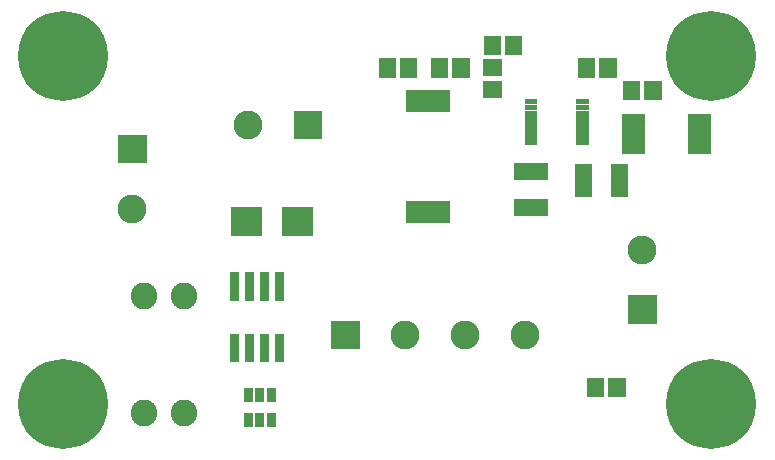
<source format=gbr>
G04 start of page 6 for group -4063 idx -4063 *
G04 Title: (unknown), componentmask *
G04 Creator: pcb 4.0.2 *
G04 CreationDate: Thu Apr 18 02:51:52 2019 UTC *
G04 For: ndholmes *
G04 Format: Gerber/RS-274X *
G04 PCB-Dimensions (mil): 2500.00 1500.00 *
G04 PCB-Coordinate-Origin: lower left *
%MOIN*%
%FSLAX25Y25*%
%LNTOPMASK*%
%ADD41C,0.0960*%
%ADD40C,0.0890*%
%ADD39C,0.0001*%
%ADD38C,0.2997*%
G54D38*X17000Y17000D03*
G54D39*G36*
X106200Y44800D02*Y35200D01*
X115800D01*
Y44800D01*
X106200D01*
G37*
G54D40*X57200Y53000D03*
X43800D03*
X57200Y14000D03*
X43800D03*
G54D38*X233000Y133000D03*
Y17000D03*
G54D39*G36*
X205200Y53300D02*Y43700D01*
X214800D01*
Y53300D01*
X205200D01*
G37*
G54D41*X210000Y68500D03*
X131000Y40000D03*
G54D39*G36*
X93700Y114800D02*Y105200D01*
X103300D01*
Y114800D01*
X93700D01*
G37*
G54D41*X78500Y110000D03*
X151000Y40000D03*
X171000D03*
G54D38*X17000Y133000D03*
G54D39*G36*
X35200Y106800D02*Y97200D01*
X44800D01*
Y106800D01*
X35200D01*
G37*
G54D41*X40000Y82000D03*
G54D39*G36*
X194316Y132252D02*X188598D01*
Y125748D01*
X194316D01*
Y132252D01*
G37*
G36*
X201402D02*X195684D01*
Y125748D01*
X201402D01*
Y132252D01*
G37*
G36*
X209316Y124752D02*X203598D01*
Y118248D01*
X209316D01*
Y124752D01*
G37*
G36*
X216402D02*X210684D01*
Y118248D01*
X216402D01*
Y124752D01*
G37*
G36*
X205169Y97114D02*X199451D01*
Y85886D01*
X205169D01*
Y97114D01*
G37*
G36*
X193359D02*X187641D01*
Y85886D01*
X193359D01*
Y97114D01*
G37*
G36*
X204402Y25752D02*X198684D01*
Y19248D01*
X204402D01*
Y25752D01*
G37*
G36*
X197316D02*X191598D01*
Y19248D01*
X197316D01*
Y25752D01*
G37*
G36*
X131200Y84800D02*Y77200D01*
X145800D01*
Y84800D01*
X131200D01*
G37*
G36*
X167291Y85454D02*Y79736D01*
X178519D01*
Y85454D01*
X167291D01*
G37*
G36*
Y97264D02*Y91546D01*
X178519D01*
Y97264D01*
X167291D01*
G37*
G36*
X187998Y105010D02*Y103210D01*
X192098D01*
Y105010D01*
X187998D01*
G37*
G36*
X188600D02*Y103210D01*
X191400D01*
Y105010D01*
X188600D01*
G37*
G36*
X210795Y113599D02*X203108D01*
Y100400D01*
X210795D01*
Y113599D01*
G37*
G36*
X232844D02*X225156D01*
Y100400D01*
X232844D01*
Y113599D01*
G37*
G36*
X187998Y106980D02*Y105179D01*
X192098D01*
Y106980D01*
X187998D01*
G37*
G36*
X188600D02*Y105179D01*
X191400D01*
Y106980D01*
X188600D01*
G37*
G36*
X187998Y108947D02*Y107146D01*
X192098D01*
Y108947D01*
X187998D01*
G37*
G36*
X188600D02*Y107146D01*
X191400D01*
Y108947D01*
X188600D01*
G37*
G36*
X187998Y110916D02*Y109116D01*
X192098D01*
Y110916D01*
X187998D01*
G37*
G36*
X188600D02*Y109116D01*
X191400D01*
Y110916D01*
X188600D01*
G37*
G36*
X187998Y112884D02*Y111084D01*
X192098D01*
Y112884D01*
X187998D01*
G37*
G36*
Y114854D02*Y113053D01*
X192098D01*
Y114854D01*
X187998D01*
G37*
G36*
X188600Y112884D02*Y111084D01*
X191400D01*
Y112884D01*
X188600D01*
G37*
G36*
Y114854D02*Y113053D01*
X191400D01*
Y114854D01*
X188600D01*
G37*
G36*
X187998Y116821D02*Y115020D01*
X192098D01*
Y116821D01*
X187998D01*
G37*
G36*
Y118790D02*Y116990D01*
X192098D01*
Y118790D01*
X187998D01*
G37*
G36*
X188600Y116821D02*Y115020D01*
X191400D01*
Y116821D01*
X188600D01*
G37*
G36*
Y118790D02*Y116990D01*
X191400D01*
Y118790D01*
X188600D01*
G37*
G36*
X131200Y121800D02*Y114200D01*
X145800D01*
Y121800D01*
X131200D01*
G37*
G36*
X145316Y132252D02*X139598D01*
Y125748D01*
X145316D01*
Y132252D01*
G37*
G36*
X152402D02*X146684D01*
Y125748D01*
X152402D01*
Y132252D01*
G37*
G36*
X127816D02*X122098D01*
Y125748D01*
X127816D01*
Y132252D01*
G37*
G36*
X134902D02*X129184D01*
Y125748D01*
X134902D01*
Y132252D01*
G37*
G36*
X156748Y131945D02*Y126227D01*
X163252D01*
Y131945D01*
X156748D01*
G37*
G36*
Y124859D02*Y119141D01*
X163252D01*
Y124859D01*
X156748D01*
G37*
G36*
X162816Y139752D02*X157098D01*
Y133248D01*
X162816D01*
Y139752D01*
G37*
G36*
X170902Y112884D02*Y111084D01*
X175002D01*
Y112884D01*
X170902D01*
G37*
G36*
Y110916D02*Y109116D01*
X175002D01*
Y110916D01*
X170902D01*
G37*
G36*
X171600Y112884D02*Y111084D01*
X174400D01*
Y112884D01*
X171600D01*
G37*
G36*
Y110916D02*Y109116D01*
X174400D01*
Y110916D01*
X171600D01*
G37*
G36*
X170902Y118790D02*Y116990D01*
X175002D01*
Y118790D01*
X170902D01*
G37*
G36*
Y116821D02*Y115020D01*
X175002D01*
Y116821D01*
X170902D01*
G37*
G36*
Y114854D02*Y113053D01*
X175002D01*
Y114854D01*
X170902D01*
G37*
G36*
X171600Y118790D02*Y116990D01*
X174400D01*
Y118790D01*
X171600D01*
G37*
G36*
Y116821D02*Y115020D01*
X174400D01*
Y116821D01*
X171600D01*
G37*
G36*
Y114854D02*Y113053D01*
X174400D01*
Y114854D01*
X171600D01*
G37*
G36*
X170902Y108947D02*Y107146D01*
X175002D01*
Y108947D01*
X170902D01*
G37*
G36*
Y106980D02*Y105179D01*
X175002D01*
Y106980D01*
X170902D01*
G37*
G36*
Y105010D02*Y103210D01*
X175002D01*
Y105010D01*
X170902D01*
G37*
G36*
X171600Y108947D02*Y107146D01*
X174400D01*
Y108947D01*
X171600D01*
G37*
G36*
Y106980D02*Y105179D01*
X174400D01*
Y106980D01*
X171600D01*
G37*
G36*
Y105010D02*Y103210D01*
X174400D01*
Y105010D01*
X171600D01*
G37*
G36*
X169902Y139752D02*X164184D01*
Y133248D01*
X169902D01*
Y139752D01*
G37*
G36*
X75500Y40500D02*X72500D01*
Y31000D01*
X75500D01*
Y40500D01*
G37*
G36*
Y61000D02*X72500D01*
Y51500D01*
X75500D01*
Y61000D01*
G37*
G36*
X80500Y40500D02*X77500D01*
Y31000D01*
X80500D01*
Y40500D01*
G37*
G36*
Y61000D02*X77500D01*
Y51500D01*
X80500D01*
Y61000D01*
G37*
G36*
X85500Y40500D02*X82500D01*
Y31000D01*
X85500D01*
Y40500D01*
G37*
G36*
Y61000D02*X82500D01*
Y51500D01*
X85500D01*
Y61000D01*
G37*
G36*
X90500Y40500D02*X87500D01*
Y31000D01*
X90500D01*
Y40500D01*
G37*
G36*
Y61000D02*X87500D01*
Y51500D01*
X90500D01*
Y61000D01*
G37*
G36*
X80100Y14100D02*X77100D01*
Y9500D01*
X80100D01*
Y14100D01*
G37*
G36*
X84000D02*X81000D01*
Y9500D01*
X84000D01*
Y14100D01*
G37*
G36*
X87900D02*X84900D01*
Y9500D01*
X87900D01*
Y14100D01*
G37*
G36*
Y22300D02*X84900D01*
Y17700D01*
X87900D01*
Y22300D01*
G37*
G36*
X84000D02*X81000D01*
Y17700D01*
X84000D01*
Y22300D01*
G37*
G36*
X80100D02*X77100D01*
Y17700D01*
X80100D01*
Y22300D01*
G37*
G36*
X72814Y82828D02*Y73172D01*
X83256D01*
Y82828D01*
X72814D01*
G37*
G36*
X89744D02*Y73172D01*
X100186D01*
Y82828D01*
X89744D01*
G37*
M02*

</source>
